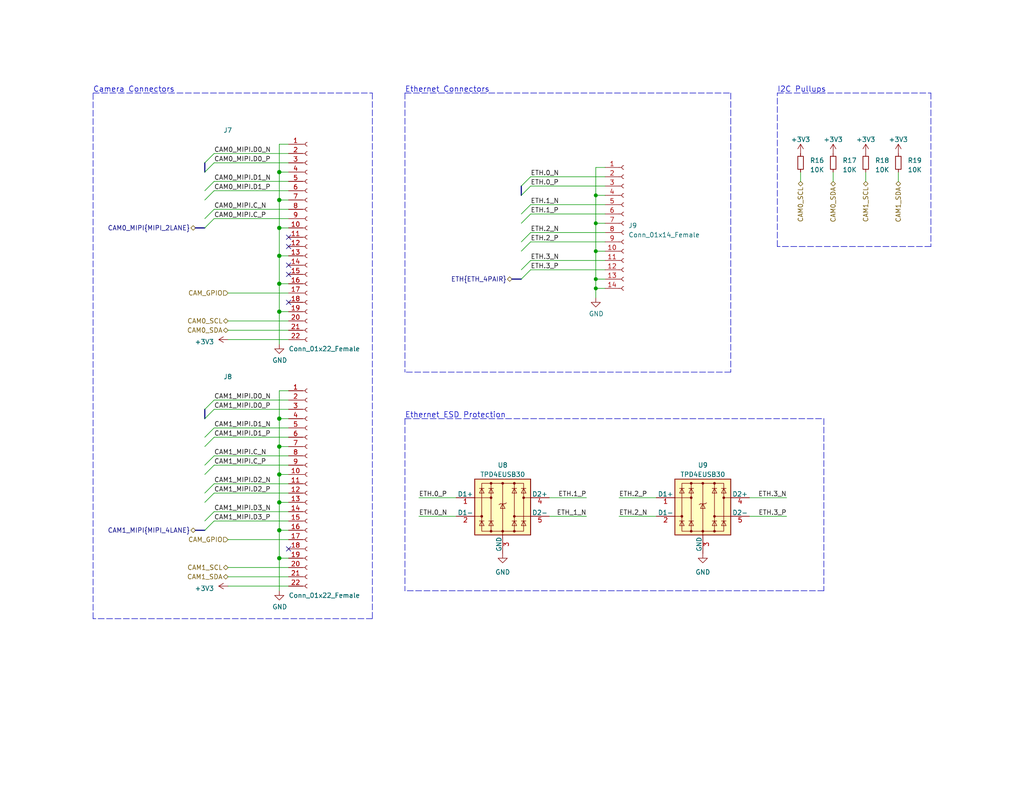
<source format=kicad_sch>
(kicad_sch (version 20210406) (generator eeschema)
  (paper "USLetter")
  (title_block (title "FlySensei RPi Stack - High Speed Connectors") (date "2021-05-24") (rev "0.1") (company "George Mason University"))
  (lib_symbols
    (symbol "Connector:Conn_01x14_Female" (pin_names (offset 1.016) hide)
      (property "Reference" "J" (at 0 17.78 0))
      (property "Value" "Conn_01x14_Female" (at 0 -20.32 0))
      (symbol "Conn_01x14_Female_1_1"
        (arc (start 0 -17.272) (end 0 -18.288) (radius (at 0 -17.78) (length 0.508) (angles 90.1 -90.1)) (stroke (width 0.1524)))
        (arc (start 0 -14.732) (end 0 -15.748) (radius (at 0 -15.24) (length 0.508) (angles 90.1 -90.1)) (stroke (width 0.1524)))
        (arc (start 0 -12.192) (end 0 -13.208) (radius (at 0 -12.7) (length 0.508) (angles 90.1 -90.1)) (stroke (width 0.1524)))
        (arc (start 0 -9.652) (end 0 -10.668) (radius (at 0 -10.16) (length 0.508) (angles 90.1 -90.1)) (stroke (width 0.1524)))
        (arc (start 0 -7.112) (end 0 -8.128) (radius (at 0 -7.62) (length 0.508) (angles 90.1 -90.1)) (stroke (width 0.1524)))
        (arc (start 0 -4.572) (end 0 -5.588) (radius (at 0 -5.08) (length 0.508) (angles 90.1 -90.1)) (stroke (width 0.1524)))
        (arc (start 0 -2.032) (end 0 -3.048) (radius (at 0 -2.54) (length 0.508) (angles 90.1 -90.1)) (stroke (width 0.1524)))
        (arc (start 0 0.508) (end 0 -0.508) (radius (at 0 0) (length 0.508) (angles 90.1 -90.1)) (stroke (width 0.1524)))
        (arc (start 0 3.048) (end 0 2.032) (radius (at 0 2.54) (length 0.508) (angles 90.1 -90.1)) (stroke (width 0.1524)))
        (arc (start 0 5.588) (end 0 4.572) (radius (at 0 5.08) (length 0.508) (angles 90.1 -90.1)) (stroke (width 0.1524)))
        (arc (start 0 8.128) (end 0 7.112) (radius (at 0 7.62) (length 0.508) (angles 90.1 -90.1)) (stroke (width 0.1524)))
        (arc (start 0 10.668) (end 0 9.652) (radius (at 0 10.16) (length 0.508) (angles 90.1 -90.1)) (stroke (width 0.1524)))
        (arc (start 0 13.208) (end 0 12.192) (radius (at 0 12.7) (length 0.508) (angles 90.1 -90.1)) (stroke (width 0.1524)))
        (arc (start 0 15.748) (end 0 14.732) (radius (at 0 15.24) (length 0.508) (angles 90.1 -90.1)) (stroke (width 0.1524)))
        (polyline (pts (xy -1.27 -17.78) (xy -0.508 -17.78)) (stroke (width 0.1524)))
        (polyline (pts (xy -1.27 -15.24) (xy -0.508 -15.24)) (stroke (width 0.1524)))
        (polyline (pts (xy -1.27 -12.7) (xy -0.508 -12.7)) (stroke (width 0.1524)))
        (polyline (pts (xy -1.27 -10.16) (xy -0.508 -10.16)) (stroke (width 0.1524)))
        (polyline (pts (xy -1.27 -7.62) (xy -0.508 -7.62)) (stroke (width 0.1524)))
        (polyline (pts (xy -1.27 -5.08) (xy -0.508 -5.08)) (stroke (width 0.1524)))
        (polyline (pts (xy -1.27 -2.54) (xy -0.508 -2.54)) (stroke (width 0.1524)))
        (polyline (pts (xy -1.27 0) (xy -0.508 0)) (stroke (width 0.1524)))
        (polyline (pts (xy -1.27 2.54) (xy -0.508 2.54)) (stroke (width 0.1524)))
        (polyline (pts (xy -1.27 5.08) (xy -0.508 5.08)) (stroke (width 0.1524)))
        (polyline (pts (xy -1.27 7.62) (xy -0.508 7.62)) (stroke (width 0.1524)))
        (polyline (pts (xy -1.27 10.16) (xy -0.508 10.16)) (stroke (width 0.1524)))
        (polyline (pts (xy -1.27 12.7) (xy -0.508 12.7)) (stroke (width 0.1524)))
        (polyline (pts (xy -1.27 15.24) (xy -0.508 15.24)) (stroke (width 0.1524)))
        (pin passive line (at -5.08 15.24 0) (length 3.81) (name "Pin_1") (number "1"))
        (pin passive line (at -5.08 -7.62 0) (length 3.81) (name "Pin_10") (number "10"))
        (pin passive line (at -5.08 -10.16 0) (length 3.81) (name "Pin_11") (number "11"))
        (pin passive line (at -5.08 -12.7 0) (length 3.81) (name "Pin_12") (number "12"))
        (pin passive line (at -5.08 -15.24 0) (length 3.81) (name "Pin_13") (number "13"))
        (pin passive line (at -5.08 -17.78 0) (length 3.81) (name "Pin_14") (number "14"))
        (pin passive line (at -5.08 12.7 0) (length 3.81) (name "Pin_2") (number "2"))
        (pin passive line (at -5.08 10.16 0) (length 3.81) (name "Pin_3") (number "3"))
        (pin passive line (at -5.08 7.62 0) (length 3.81) (name "Pin_4") (number "4"))
        (pin passive line (at -5.08 5.08 0) (length 3.81) (name "Pin_5") (number "5"))
        (pin passive line (at -5.08 2.54 0) (length 3.81) (name "Pin_6") (number "6"))
        (pin passive line (at -5.08 0 0) (length 3.81) (name "Pin_7") (number "7"))
        (pin passive line (at -5.08 -2.54 0) (length 3.81) (name "Pin_8") (number "8"))
        (pin passive line (at -5.08 -5.08 0) (length 3.81) (name "Pin_9") (number "9"))
      )
    )
    (symbol "Connector:Conn_01x22_Female" (pin_names (offset 1.016) hide)
      (property "Reference" "J" (at 0 27.94 0))
      (property "Value" "Conn_01x22_Female" (at 0 -30.48 0))
      (symbol "Conn_01x22_Female_1_1"
        (arc (start 0 -27.432) (end 0 -28.448) (radius (at 0 -27.94) (length 0.508) (angles 90.1 -90.1)) (stroke (width 0.1524)))
        (arc (start 0 -24.892) (end 0 -25.908) (radius (at 0 -25.4) (length 0.508) (angles 90.1 -90.1)) (stroke (width 0.1524)))
        (arc (start 0 -22.352) (end 0 -23.368) (radius (at 0 -22.86) (length 0.508) (angles 90.1 -90.1)) (stroke (width 0.1524)))
        (arc (start 0 -19.812) (end 0 -20.828) (radius (at 0 -20.32) (length 0.508) (angles 90.1 -90.1)) (stroke (width 0.1524)))
        (arc (start 0 -17.272) (end 0 -18.288) (radius (at 0 -17.78) (length 0.508) (angles 90.1 -90.1)) (stroke (width 0.1524)))
        (arc (start 0 -14.732) (end 0 -15.748) (radius (at 0 -15.24) (length 0.508) (angles 90.1 -90.1)) (stroke (width 0.1524)))
        (arc (start 0 -12.192) (end 0 -13.208) (radius (at 0 -12.7) (length 0.508) (angles 90.1 -90.1)) (stroke (width 0.1524)))
        (arc (start 0 -9.652) (end 0 -10.668) (radius (at 0 -10.16) (length 0.508) (angles 90.1 -90.1)) (stroke (width 0.1524)))
        (arc (start 0 -7.112) (end 0 -8.128) (radius (at 0 -7.62) (length 0.508) (angles 90.1 -90.1)) (stroke (width 0.1524)))
        (arc (start 0 -4.572) (end 0 -5.588) (radius (at 0 -5.08) (length 0.508) (angles 90.1 -90.1)) (stroke (width 0.1524)))
        (arc (start 0 -2.032) (end 0 -3.048) (radius (at 0 -2.54) (length 0.508) (angles 90.1 -90.1)) (stroke (width 0.1524)))
        (arc (start 0 0.508) (end 0 -0.508) (radius (at 0 0) (length 0.508) (angles 90.1 -90.1)) (stroke (width 0.1524)))
        (arc (start 0 3.048) (end 0 2.032) (radius (at 0 2.54) (length 0.508) (angles 90.1 -90.1)) (stroke (width 0.1524)))
        (arc (start 0 5.588) (end 0 4.572) (radius (at 0 5.08) (length 0.508) (angles 90.1 -90.1)) (stroke (width 0.1524)))
        (arc (start 0 8.128) (end 0 7.112) (radius (at 0 7.62) (length 0.508) (angles 90.1 -90.1)) (stroke (width 0.1524)))
        (arc (start 0 10.668) (end 0 9.652) (radius (at 0 10.16) (length 0.508) (angles 90.1 -90.1)) (stroke (width 0.1524)))
        (arc (start 0 13.208) (end 0 12.192) (radius (at 0 12.7) (length 0.508) (angles 90.1 -90.1)) (stroke (width 0.1524)))
        (arc (start 0 15.748) (end 0 14.732) (radius (at 0 15.24) (length 0.508) (angles 90.1 -90.1)) (stroke (width 0.1524)))
        (arc (start 0 18.288) (end 0 17.272) (radius (at 0 17.78) (length 0.508) (angles 90.1 -90.1)) (stroke (width 0.1524)))
        (arc (start 0 20.828) (end 0 19.812) (radius (at 0 20.32) (length 0.508) (angles 90.1 -90.1)) (stroke (width 0.1524)))
        (arc (start 0 23.368) (end 0 22.352) (radius (at 0 22.86) (length 0.508) (angles 90.1 -90.1)) (stroke (width 0.1524)))
        (arc (start 0 25.908) (end 0 24.892) (radius (at 0 25.4) (length 0.508) (angles 90.1 -90.1)) (stroke (width 0.1524)))
        (polyline (pts (xy -1.27 -27.94) (xy -0.508 -27.94)) (stroke (width 0.1524)))
        (polyline (pts (xy -1.27 -25.4) (xy -0.508 -25.4)) (stroke (width 0.1524)))
        (polyline (pts (xy -1.27 -22.86) (xy -0.508 -22.86)) (stroke (width 0.1524)))
        (polyline (pts (xy -1.27 -20.32) (xy -0.508 -20.32)) (stroke (width 0.1524)))
        (polyline (pts (xy -1.27 -17.78) (xy -0.508 -17.78)) (stroke (width 0.1524)))
        (polyline (pts (xy -1.27 -15.24) (xy -0.508 -15.24)) (stroke (width 0.1524)))
        (polyline (pts (xy -1.27 -12.7) (xy -0.508 -12.7)) (stroke (width 0.1524)))
        (polyline (pts (xy -1.27 -10.16) (xy -0.508 -10.16)) (stroke (width 0.1524)))
        (polyline (pts (xy -1.27 -7.62) (xy -0.508 -7.62)) (stroke (width 0.1524)))
        (polyline (pts (xy -1.27 -5.08) (xy -0.508 -5.08)) (stroke (width 0.1524)))
        (polyline (pts (xy -1.27 -2.54) (xy -0.508 -2.54)) (stroke (width 0.1524)))
        (polyline (pts (xy -1.27 0) (xy -0.508 0)) (stroke (width 0.1524)))
        (polyline (pts (xy -1.27 2.54) (xy -0.508 2.54)) (stroke (width 0.1524)))
        (polyline (pts (xy -1.27 5.08) (xy -0.508 5.08)) (stroke (width 0.1524)))
        (polyline (pts (xy -1.27 7.62) (xy -0.508 7.62)) (stroke (width 0.1524)))
        (polyline (pts (xy -1.27 10.16) (xy -0.508 10.16)) (stroke (width 0.1524)))
        (polyline (pts (xy -1.27 12.7) (xy -0.508 12.7)) (stroke (width 0.1524)))
        (polyline (pts (xy -1.27 15.24) (xy -0.508 15.24)) (stroke (width 0.1524)))
        (polyline (pts (xy -1.27 17.78) (xy -0.508 17.78)) (stroke (width 0.1524)))
        (polyline (pts (xy -1.27 20.32) (xy -0.508 20.32)) (stroke (width 0.1524)))
        (polyline (pts (xy -1.27 22.86) (xy -0.508 22.86)) (stroke (width 0.1524)))
        (polyline (pts (xy -1.27 25.4) (xy -0.508 25.4)) (stroke (width 0.1524)))
        (pin passive line (at -5.08 25.4 0) (length 3.81) (name "Pin_1") (number "1"))
        (pin passive line (at -5.08 2.54 0) (length 3.81) (name "Pin_10") (number "10"))
        (pin passive line (at -5.08 0 0) (length 3.81) (name "Pin_11") (number "11"))
        (pin passive line (at -5.08 -2.54 0) (length 3.81) (name "Pin_12") (number "12"))
        (pin passive line (at -5.08 -5.08 0) (length 3.81) (name "Pin_13") (number "13"))
        (pin passive line (at -5.08 -7.62 0) (length 3.81) (name "Pin_14") (number "14"))
        (pin passive line (at -5.08 -10.16 0) (length 3.81) (name "Pin_15") (number "15"))
        (pin passive line (at -5.08 -12.7 0) (length 3.81) (name "Pin_16") (number "16"))
        (pin passive line (at -5.08 -15.24 0) (length 3.81) (name "Pin_17") (number "17"))
        (pin passive line (at -5.08 -17.78 0) (length 3.81) (name "Pin_18") (number "18"))
        (pin passive line (at -5.08 -20.32 0) (length 3.81) (name "Pin_19") (number "19"))
        (pin passive line (at -5.08 22.86 0) (length 3.81) (name "Pin_2") (number "2"))
        (pin passive line (at -5.08 -22.86 0) (length 3.81) (name "Pin_20") (number "20"))
        (pin passive line (at -5.08 -25.4 0) (length 3.81) (name "Pin_21") (number "21"))
        (pin passive line (at -5.08 -27.94 0) (length 3.81) (name "Pin_22") (number "22"))
        (pin passive line (at -5.08 20.32 0) (length 3.81) (name "Pin_3") (number "3"))
        (pin passive line (at -5.08 17.78 0) (length 3.81) (name "Pin_4") (number "4"))
        (pin passive line (at -5.08 15.24 0) (length 3.81) (name "Pin_5") (number "5"))
        (pin passive line (at -5.08 12.7 0) (length 3.81) (name "Pin_6") (number "6"))
        (pin passive line (at -5.08 10.16 0) (length 3.81) (name "Pin_7") (number "7"))
        (pin passive line (at -5.08 7.62 0) (length 3.81) (name "Pin_8") (number "8"))
        (pin passive line (at -5.08 5.08 0) (length 3.81) (name "Pin_9") (number "9"))
      )
    )
    (symbol "Connector:Conn_01x22_Female_1" (pin_names (offset 1.016) hide)
      (property "Reference" "J" (at 0 27.94 0))
      (property "Value" "Conn_01x22_Female" (at 0 -30.48 0))
      (symbol "Conn_01x22_Female_1_1_1"
        (arc (start 0 -27.432) (end 0 -28.448) (radius (at 0 -27.94) (length 0.508) (angles 90.1 -90.1)) (stroke (width 0.1524)))
        (arc (start 0 -24.892) (end 0 -25.908) (radius (at 0 -25.4) (length 0.508) (angles 90.1 -90.1)) (stroke (width 0.1524)))
        (arc (start 0 -22.352) (end 0 -23.368) (radius (at 0 -22.86) (length 0.508) (angles 90.1 -90.1)) (stroke (width 0.1524)))
        (arc (start 0 -19.812) (end 0 -20.828) (radius (at 0 -20.32) (length 0.508) (angles 90.1 -90.1)) (stroke (width 0.1524)))
        (arc (start 0 -17.272) (end 0 -18.288) (radius (at 0 -17.78) (length 0.508) (angles 90.1 -90.1)) (stroke (width 0.1524)))
        (arc (start 0 -14.732) (end 0 -15.748) (radius (at 0 -15.24) (length 0.508) (angles 90.1 -90.1)) (stroke (width 0.1524)))
        (arc (start 0 -12.192) (end 0 -13.208) (radius (at 0 -12.7) (length 0.508) (angles 90.1 -90.1)) (stroke (width 0.1524)))
        (arc (start 0 -9.652) (end 0 -10.668) (radius (at 0 -10.16) (length 0.508) (angles 90.1 -90.1)) (stroke (width 0.1524)))
        (arc (start 0 -7.112) (end 0 -8.128) (radius (at 0 -7.62) (length 0.508) (angles 90.1 -90.1)) (stroke (width 0.1524)))
        (arc (start 0 -4.572) (end 0 -5.588) (radius (at 0 -5.08) (length 0.508) (angles 90.1 -90.1)) (stroke (width 0.1524)))
        (arc (start 0 -2.032) (end 0 -3.048) (radius (at 0 -2.54) (length 0.508) (angles 90.1 -90.1)) (stroke (width 0.1524)))
        (arc (start 0 0.508) (end 0 -0.508) (radius (at 0 0) (length 0.508) (angles 90.1 -90.1)) (stroke (width 0.1524)))
        (arc (start 0 3.048) (end 0 2.032) (radius (at 0 2.54) (length 0.508) (angles 90.1 -90.1)) (stroke (width 0.1524)))
        (arc (start 0 5.588) (end 0 4.572) (radius (at 0 5.08) (length 0.508) (angles 90.1 -90.1)) (stroke (width 0.1524)))
        (arc (start 0 8.128) (end 0 7.112) (radius (at 0 7.62) (length 0.508) (angles 90.1 -90.1)) (stroke (width 0.1524)))
        (arc (start 0 10.668) (end 0 9.652) (radius (at 0 10.16) (length 0.508) (angles 90.1 -90.1)) (stroke (width 0.1524)))
        (arc (start 0 13.208) (end 0 12.192) (radius (at 0 12.7) (length 0.508) (angles 90.1 -90.1)) (stroke (width 0.1524)))
        (arc (start 0 15.748) (end 0 14.732) (radius (at 0 15.24) (length 0.508) (angles 90.1 -90.1)) (stroke (width 0.1524)))
        (arc (start 0 18.288) (end 0 17.272) (radius (at 0 17.78) (length 0.508) (angles 90.1 -90.1)) (stroke (width 0.1524)))
        (arc (start 0 20.828) (end 0 19.812) (radius (at 0 20.32) (length 0.508) (angles 90.1 -90.1)) (stroke (width 0.1524)))
        (arc (start 0 23.368) (end 0 22.352) (radius (at 0 22.86) (length 0.508) (angles 90.1 -90.1)) (stroke (width 0.1524)))
        (arc (start 0 25.908) (end 0 24.892) (radius (at 0 25.4) (length 0.508) (angles 90.1 -90.1)) (stroke (width 0.1524)))
        (polyline (pts (xy -1.27 -27.94) (xy -0.508 -27.94)) (stroke (width 0.1524)))
        (polyline (pts (xy -1.27 -25.4) (xy -0.508 -25.4)) (stroke (width 0.1524)))
        (polyline (pts (xy -1.27 -22.86) (xy -0.508 -22.86)) (stroke (width 0.1524)))
        (polyline (pts (xy -1.27 -20.32) (xy -0.508 -20.32)) (stroke (width 0.1524)))
        (polyline (pts (xy -1.27 -17.78) (xy -0.508 -17.78)) (stroke (width 0.1524)))
        (polyline (pts (xy -1.27 -15.24) (xy -0.508 -15.24)) (stroke (width 0.1524)))
        (polyline (pts (xy -1.27 -12.7) (xy -0.508 -12.7)) (stroke (width 0.1524)))
        (polyline (pts (xy -1.27 -10.16) (xy -0.508 -10.16)) (stroke (width 0.1524)))
        (polyline (pts (xy -1.27 -7.62) (xy -0.508 -7.62)) (stroke (width 0.1524)))
        (polyline (pts (xy -1.27 -5.08) (xy -0.508 -5.08)) (stroke (width 0.1524)))
        (polyline (pts (xy -1.27 -2.54) (xy -0.508 -2.54)) (stroke (width 0.1524)))
        (polyline (pts (xy -1.27 0) (xy -0.508 0)) (stroke (width 0.1524)))
        (polyline (pts (xy -1.27 2.54) (xy -0.508 2.54)) (stroke (width 0.1524)))
        (polyline (pts (xy -1.27 5.08) (xy -0.508 5.08)) (stroke (width 0.1524)))
        (polyline (pts (xy -1.27 7.62) (xy -0.508 7.62)) (stroke (width 0.1524)))
        (polyline (pts (xy -1.27 10.16) (xy -0.508 10.16)) (stroke (width 0.1524)))
        (polyline (pts (xy -1.27 12.7) (xy -0.508 12.7)) (stroke (width 0.1524)))
        (polyline (pts (xy -1.27 15.24) (xy -0.508 15.24)) (stroke (width 0.1524)))
        (polyline (pts (xy -1.27 17.78) (xy -0.508 17.78)) (stroke (width 0.1524)))
        (polyline (pts (xy -1.27 20.32) (xy -0.508 20.32)) (stroke (width 0.1524)))
        (polyline (pts (xy -1.27 22.86) (xy -0.508 22.86)) (stroke (width 0.1524)))
        (polyline (pts (xy -1.27 25.4) (xy -0.508 25.4)) (stroke (width 0.1524)))
        (pin passive line (at -5.08 25.4 0) (length 3.81) (name "Pin_1") (number "1"))
        (pin passive line (at -5.08 2.54 0) (length 3.81) (name "Pin_10") (number "10"))
        (pin passive line (at -5.08 0 0) (length 3.81) (name "Pin_11") (number "11"))
        (pin passive line (at -5.08 -2.54 0) (length 3.81) (name "Pin_12") (number "12"))
        (pin passive line (at -5.08 -5.08 0) (length 3.81) (name "Pin_13") (number "13"))
        (pin passive line (at -5.08 -7.62 0) (length 3.81) (name "Pin_14") (number "14"))
        (pin passive line (at -5.08 -10.16 0) (length 3.81) (name "Pin_15") (number "15"))
        (pin passive line (at -5.08 -12.7 0) (length 3.81) (name "Pin_16") (number "16"))
        (pin passive line (at -5.08 -15.24 0) (length 3.81) (name "Pin_17") (number "17"))
        (pin passive line (at -5.08 -17.78 0) (length 3.81) (name "Pin_18") (number "18"))
        (pin passive line (at -5.08 -20.32 0) (length 3.81) (name "Pin_19") (number "19"))
        (pin passive line (at -5.08 22.86 0) (length 3.81) (name "Pin_2") (number "2"))
        (pin passive line (at -5.08 -22.86 0) (length 3.81) (name "Pin_20") (number "20"))
        (pin passive line (at -5.08 -25.4 0) (length 3.81) (name "Pin_21") (number "21"))
        (pin passive line (at -5.08 -27.94 0) (length 3.81) (name "Pin_22") (number "22"))
        (pin passive line (at -5.08 20.32 0) (length 3.81) (name "Pin_3") (number "3"))
        (pin passive line (at -5.08 17.78 0) (length 3.81) (name "Pin_4") (number "4"))
        (pin passive line (at -5.08 15.24 0) (length 3.81) (name "Pin_5") (number "5"))
        (pin passive line (at -5.08 12.7 0) (length 3.81) (name "Pin_6") (number "6"))
        (pin passive line (at -5.08 10.16 0) (length 3.81) (name "Pin_7") (number "7"))
        (pin passive line (at -5.08 7.62 0) (length 3.81) (name "Pin_8") (number "8"))
        (pin passive line (at -5.08 5.08 0) (length 3.81) (name "Pin_9") (number "9"))
      )
    )
    (symbol "Device:R_Small" (pin_numbers hide) (pin_names (offset 0.254) hide)
      (property "Reference" "R" (at 0.762 0.508 0))
      (property "Value" "R_Small" (at 0.762 -1.016 0))
      (symbol "R_Small_0_1"
        (rectangle (start -0.762 1.778) (end 0.762 -1.778) (stroke (width 0.2032)))
      )
      (symbol "R_Small_1_1"
        (pin passive line (at 0 2.54 270) (length 0.762) (name "~") (number "1"))
        (pin passive line (at 0 -2.54 90) (length 0.762) (name "~") (number "2"))
      )
    )
    (symbol "Power_Protection:TPD4EUSB30" (pin_names (offset 0))
      (property "Reference" "U" (at -0.635 8.89 0))
      (property "Value" "TPD4EUSB30" (at 8.89 -10.16 0))
      (symbol "TPD4EUSB30_0_0"
        (rectangle (start -5.715 6.477) (end 5.715 -6.604))
        (polyline (pts (xy -3.175 -6.604) (xy -3.175 6.477)))
        (polyline (pts (xy 0 6.477) (xy 0 -6.604)))
        (polyline (pts (xy 3.175 6.477) (xy 3.175 -6.604)))
      )
      (symbol "TPD4EUSB30_0_1"
        (circle (center -5.715 -2.54) (radius 0.2794) (fill (type outline)))
        (circle (center -3.175 -6.604) (radius 0.2794) (fill (type outline)))
        (circle (center -3.175 2.54) (radius 0.2794) (fill (type outline)))
        (circle (center -3.175 6.477) (radius 0.2794) (fill (type outline)))
        (circle (center 0 -6.604) (radius 0.2794) (fill (type outline)))
        (circle (center 0 6.477) (radius 0.2794) (fill (type outline)))
        (circle (center 3.175 -6.604) (radius 0.2794) (fill (type outline)))
        (circle (center 3.175 -2.54) (radius 0.2794) (fill (type outline)))
        (circle (center 3.175 6.477) (radius 0.2794) (fill (type outline)))
        (circle (center 5.715 2.54) (radius 0.2794) (fill (type outline)))
        (rectangle (start -7.62 7.62) (end 7.62 -7.62) (stroke (width 0.254)) (fill (type background)))
        (polyline (pts (xy -7.747 2.54) (xy -3.175 2.54)))
        (polyline (pts (xy -7.62 -2.54) (xy -5.715 -2.54)))
        (polyline (pts (xy -5.08 -3.81) (xy -6.35 -3.81)))
        (polyline (pts (xy -5.08 5.08) (xy -6.35 5.08)))
        (polyline (pts (xy -2.54 -3.81) (xy -3.81 -3.81)))
        (polyline (pts (xy -2.54 5.08) (xy -3.81 5.08)))
        (polyline (pts (xy -0.635 0.889) (xy -1.016 0.635)))
        (polyline (pts (xy 0 -6.604) (xy 0 -7.62)))
        (polyline (pts (xy 0.635 0.889) (xy -0.635 0.889)))
        (polyline (pts (xy 0.635 0.889) (xy 1.016 1.143)))
        (polyline (pts (xy 3.81 -3.81) (xy 2.54 -3.81)))
        (polyline (pts (xy 3.81 5.08) (xy 2.54 5.08)))
        (polyline (pts (xy 6.35 -3.81) (xy 5.08 -3.81)))
        (polyline (pts (xy 6.35 5.08) (xy 5.08 5.08)))
        (polyline (pts (xy 7.62 -2.54) (xy 3.175 -2.54)))
        (polyline (pts (xy 7.62 2.54) (xy 5.715 2.54)))
        (polyline (pts (xy -5.08 -5.08) (xy -6.35 -5.08) (xy -5.715 -3.81) (xy -5.08 -5.08)))
        (polyline (pts (xy -5.08 3.81) (xy -6.35 3.81) (xy -5.715 5.08) (xy -5.08 3.81)))
        (polyline (pts (xy -2.54 -5.08) (xy -3.81 -5.08) (xy -3.175 -3.81) (xy -2.54 -5.08)))
        (polyline (pts (xy -2.54 3.81) (xy -3.81 3.81) (xy -3.175 5.08) (xy -2.54 3.81)))
        (polyline (pts (xy 0.635 -0.381) (xy -0.635 -0.381) (xy 0 0.889) (xy 0.635 -0.381)))
        (polyline (pts (xy 3.81 -5.08) (xy 2.54 -5.08) (xy 3.175 -3.81) (xy 3.81 -5.08)))
        (polyline (pts (xy 3.81 3.81) (xy 2.54 3.81) (xy 3.175 5.08) (xy 3.81 3.81)))
        (polyline (pts (xy 6.35 -5.08) (xy 5.08 -5.08) (xy 5.715 -3.81) (xy 6.35 -5.08)))
        (polyline (pts (xy 6.35 3.81) (xy 5.08 3.81) (xy 5.715 5.08) (xy 6.35 3.81)))
      )
      (symbol "TPD4EUSB30_1_1"
        (pin passive line (at -12.7 2.54 0) (length 5.08) (name "D1+") (number "1"))
        (pin no_connect line (at -5.08 7.62 0) (length 5.08) hide (name "NC") (number "10"))
        (pin passive line (at -12.7 -2.54 0) (length 5.08) (name "D1-") (number "2"))
        (pin power_in line (at 0 -12.7 90) (length 5.08) (name "GND") (number "3"))
        (pin passive line (at 12.7 2.54 180) (length 5.08) (name "D2+") (number "4"))
        (pin passive line (at 12.7 -2.54 180) (length 5.08) (name "D2-") (number "5"))
        (pin no_connect line (at 5.08 -7.62 180) (length 5.08) hide (name "NC") (number "6"))
        (pin no_connect line (at 5.08 7.62 180) (length 5.08) hide (name "NC") (number "7"))
        (pin passive line (at 0 -12.7 90) (length 5.08) hide (name "GND") (number "8"))
        (pin no_connect line (at -5.08 -7.62 0) (length 5.08) hide (name "NC") (number "9"))
      )
    )
    (symbol "power:+3V3" (power) (pin_names (offset 0))
      (property "Value" "+3V3" (at 0 3.556 0))
      (symbol "+3V3_0_1"
        (polyline (pts (xy -0.762 1.27) (xy 0 2.54)))
        (polyline (pts (xy 0 0) (xy 0 2.54)))
        (polyline (pts (xy 0 2.54) (xy 0.762 1.27)))
      )
      (symbol "+3V3_1_1"
        (pin power_in line (at 0 0 90) (length 0) hide (name "+3V3") (number "1"))
      )
    )
    (symbol "power:GND" (power) (pin_names (offset 0))
      (property "Value" "GND" (at 0 -3.81 0))
      (symbol "GND_0_1"
        (polyline (pts (xy 0 0) (xy 0 -1.27) (xy 1.27 -1.27) (xy 0 -2.54) (xy -1.27 -1.27) (xy 0 -1.27)))
      )
      (symbol "GND_1_1"
        (pin power_in line (at 0 0 270) (length 0) hide (name "GND") (number "1"))
      )
    )
  )
  (junction (at 76.2 46.99) (diameter 1.016))
  (junction (at 76.2 54.61) (diameter 1.016))
  (junction (at 76.2 62.23) (diameter 1.016))
  (junction (at 76.2 69.85) (diameter 1.016))
  (junction (at 76.2 77.47) (diameter 1.016))
  (junction (at 76.2 85.09) (diameter 1.016))
  (junction (at 76.2 114.3) (diameter 1.016))
  (junction (at 76.2 121.92) (diameter 1.016))
  (junction (at 76.2 129.54) (diameter 1.016))
  (junction (at 76.2 137.16) (diameter 1.016))
  (junction (at 76.2 144.78) (diameter 1.016))
  (junction (at 76.2 152.4) (diameter 1.016))
  (junction (at 162.56 53.34) (diameter 0.9144))
  (junction (at 162.56 60.96) (diameter 0.9144))
  (junction (at 162.56 68.58) (diameter 0.9144))
  (junction (at 162.56 76.2) (diameter 0.9144))
  (junction (at 162.56 78.74) (diameter 0.9144))
  (no_connect (at 78.74 64.77))
  (no_connect (at 78.74 67.31))
  (no_connect (at 78.74 72.39))
  (no_connect (at 78.74 74.93))
  (no_connect (at 78.74 82.55))
  (no_connect (at 78.74 149.86))
  (bus_entry (at 55.88 44.45) (size 2.54 -2.54) (stroke (width 0.1524)))
  (bus_entry (at 55.88 46.99) (size 2.54 -2.54) (stroke (width 0.1524)))
  (bus_entry (at 55.88 52.07) (size 2.54 -2.54) (stroke (width 0.1524)))
  (bus_entry (at 55.88 54.61) (size 2.54 -2.54) (stroke (width 0.1524)))
  (bus_entry (at 55.88 59.69) (size 2.54 -2.54) (stroke (width 0.1524)))
  (bus_entry (at 55.88 62.23) (size 2.54 -2.54) (stroke (width 0.1524)))
  (bus_entry (at 55.88 111.76) (size 2.54 -2.54) (stroke (width 0.1524)))
  (bus_entry (at 55.88 114.3) (size 2.54 -2.54) (stroke (width 0.1524)))
  (bus_entry (at 55.88 119.38) (size 2.54 -2.54) (stroke (width 0.1524)))
  (bus_entry (at 55.88 121.92) (size 2.54 -2.54) (stroke (width 0.1524)))
  (bus_entry (at 55.88 127) (size 2.54 -2.54) (stroke (width 0.1524)))
  (bus_entry (at 55.88 129.54) (size 2.54 -2.54) (stroke (width 0.1524)))
  (bus_entry (at 55.88 134.62) (size 2.54 -2.54) (stroke (width 0.1524)))
  (bus_entry (at 55.88 137.16) (size 2.54 -2.54) (stroke (width 0.1524)))
  (bus_entry (at 55.88 142.24) (size 2.54 -2.54) (stroke (width 0.1524)))
  (bus_entry (at 55.88 144.78) (size 2.54 -2.54) (stroke (width 0.1524)))
  (bus_entry (at 142.24 50.8) (size 2.54 -2.54) (stroke (width 0.1524)))
  (bus_entry (at 142.24 53.34) (size 2.54 -2.54) (stroke (width 0.1524)))
  (bus_entry (at 142.24 58.42) (size 2.54 -2.54) (stroke (width 0.1524)))
  (bus_entry (at 142.24 60.96) (size 2.54 -2.54) (stroke (width 0.1524)))
  (bus_entry (at 142.24 66.04) (size 2.54 -2.54) (stroke (width 0.1524)))
  (bus_entry (at 142.24 68.58) (size 2.54 -2.54) (stroke (width 0.1524)))
  (bus_entry (at 142.24 73.66) (size 2.54 -2.54) (stroke (width 0.1524)))
  (bus_entry (at 142.24 76.2) (size 2.54 -2.54) (stroke (width 0.1524)))
  (wire (pts (xy 58.42 41.91) (xy 78.74 41.91)))
  (wire (pts (xy 58.42 44.45) (xy 78.74 44.45)))
  (wire (pts (xy 58.42 49.53) (xy 78.74 49.53)))
  (wire (pts (xy 58.42 52.07) (xy 78.74 52.07)))
  (wire (pts (xy 58.42 57.15) (xy 78.74 57.15)))
  (wire (pts (xy 58.42 59.69) (xy 78.74 59.69)))
  (wire (pts (xy 58.42 109.22) (xy 78.74 109.22)))
  (wire (pts (xy 58.42 111.76) (xy 78.74 111.76)))
  (wire (pts (xy 58.42 116.84) (xy 78.74 116.84)))
  (wire (pts (xy 58.42 119.38) (xy 78.74 119.38)))
  (wire (pts (xy 58.42 124.46) (xy 78.74 124.46)))
  (wire (pts (xy 58.42 127) (xy 78.74 127)))
  (wire (pts (xy 58.42 132.08) (xy 78.74 132.08)))
  (wire (pts (xy 58.42 134.62) (xy 78.74 134.62)))
  (wire (pts (xy 58.42 139.7) (xy 78.74 139.7)))
  (wire (pts (xy 58.42 142.24) (xy 78.74 142.24)))
  (wire (pts (xy 62.23 147.32) (xy 78.74 147.32)))
  (wire (pts (xy 76.2 39.37) (xy 76.2 46.99)))
  (wire (pts (xy 76.2 46.99) (xy 76.2 54.61)))
  (wire (pts (xy 76.2 46.99) (xy 78.74 46.99)))
  (wire (pts (xy 76.2 54.61) (xy 76.2 62.23)))
  (wire (pts (xy 76.2 54.61) (xy 78.74 54.61)))
  (wire (pts (xy 76.2 62.23) (xy 76.2 69.85)))
  (wire (pts (xy 76.2 62.23) (xy 78.74 62.23)))
  (wire (pts (xy 76.2 69.85) (xy 76.2 77.47)))
  (wire (pts (xy 76.2 69.85) (xy 78.74 69.85)))
  (wire (pts (xy 76.2 77.47) (xy 76.2 85.09)))
  (wire (pts (xy 76.2 77.47) (xy 78.74 77.47)))
  (wire (pts (xy 76.2 85.09) (xy 76.2 93.98)))
  (wire (pts (xy 76.2 85.09) (xy 78.74 85.09)))
  (wire (pts (xy 76.2 106.68) (xy 76.2 114.3)))
  (wire (pts (xy 76.2 114.3) (xy 76.2 121.92)))
  (wire (pts (xy 76.2 114.3) (xy 78.74 114.3)))
  (wire (pts (xy 76.2 121.92) (xy 76.2 129.54)))
  (wire (pts (xy 76.2 121.92) (xy 78.74 121.92)))
  (wire (pts (xy 76.2 129.54) (xy 76.2 137.16)))
  (wire (pts (xy 76.2 129.54) (xy 78.74 129.54)))
  (wire (pts (xy 76.2 137.16) (xy 76.2 144.78)))
  (wire (pts (xy 76.2 137.16) (xy 78.74 137.16)))
  (wire (pts (xy 76.2 144.78) (xy 76.2 152.4)))
  (wire (pts (xy 76.2 144.78) (xy 78.74 144.78)))
  (wire (pts (xy 76.2 152.4) (xy 76.2 161.29)))
  (wire (pts (xy 76.2 152.4) (xy 78.74 152.4)))
  (wire (pts (xy 78.74 39.37) (xy 76.2 39.37)))
  (wire (pts (xy 78.74 80.01) (xy 62.23 80.01)))
  (wire (pts (xy 78.74 87.63) (xy 62.23 87.63)))
  (wire (pts (xy 78.74 90.17) (xy 62.23 90.17)))
  (wire (pts (xy 78.74 92.71) (xy 62.23 92.71)))
  (wire (pts (xy 78.74 106.68) (xy 76.2 106.68)))
  (wire (pts (xy 78.74 154.94) (xy 62.23 154.94)))
  (wire (pts (xy 78.74 157.48) (xy 62.23 157.48)))
  (wire (pts (xy 78.74 160.02) (xy 62.23 160.02)))
  (wire (pts (xy 114.3 135.89) (xy 124.46 135.89)))
  (wire (pts (xy 114.3 140.97) (xy 124.46 140.97)))
  (wire (pts (xy 144.78 48.26) (xy 165.1 48.26)))
  (wire (pts (xy 144.78 50.8) (xy 165.1 50.8)))
  (wire (pts (xy 144.78 55.88) (xy 165.1 55.88)))
  (wire (pts (xy 144.78 58.42) (xy 165.1 58.42)))
  (wire (pts (xy 144.78 63.5) (xy 165.1 63.5)))
  (wire (pts (xy 144.78 66.04) (xy 165.1 66.04)))
  (wire (pts (xy 144.78 71.12) (xy 165.1 71.12)))
  (wire (pts (xy 144.78 73.66) (xy 165.1 73.66)))
  (wire (pts (xy 149.86 135.89) (xy 160.02 135.89)))
  (wire (pts (xy 149.86 140.97) (xy 160.02 140.97)))
  (wire (pts (xy 162.56 45.72) (xy 162.56 53.34)))
  (wire (pts (xy 162.56 53.34) (xy 162.56 60.96)))
  (wire (pts (xy 162.56 53.34) (xy 165.1 53.34)))
  (wire (pts (xy 162.56 60.96) (xy 162.56 68.58)))
  (wire (pts (xy 162.56 60.96) (xy 165.1 60.96)))
  (wire (pts (xy 162.56 68.58) (xy 162.56 76.2)))
  (wire (pts (xy 162.56 68.58) (xy 165.1 68.58)))
  (wire (pts (xy 162.56 76.2) (xy 162.56 78.74)))
  (wire (pts (xy 162.56 76.2) (xy 165.1 76.2)))
  (wire (pts (xy 162.56 78.74) (xy 162.56 81.28)))
  (wire (pts (xy 162.56 78.74) (xy 165.1 78.74)))
  (wire (pts (xy 165.1 45.72) (xy 162.56 45.72)))
  (wire (pts (xy 168.91 135.89) (xy 179.07 135.89)))
  (wire (pts (xy 168.91 140.97) (xy 179.07 140.97)))
  (wire (pts (xy 204.47 135.89) (xy 214.63 135.89)))
  (wire (pts (xy 204.47 140.97) (xy 214.63 140.97)))
  (wire (pts (xy 218.44 46.99) (xy 218.44 49.53)))
  (wire (pts (xy 227.33 46.99) (xy 227.33 49.53)))
  (wire (pts (xy 236.22 46.99) (xy 236.22 49.53)))
  (wire (pts (xy 245.11 46.99) (xy 245.11 49.53)))
  (bus (pts (xy 53.34 62.23) (xy 55.88 62.23)))
  (bus (pts (xy 53.34 144.78) (xy 55.88 144.78)))
  (bus (pts (xy 55.88 44.45) (xy 55.88 62.23)))
  (bus (pts (xy 55.88 111.76) (xy 55.88 144.78)))
  (bus (pts (xy 139.7 76.2) (xy 142.24 76.2)))
  (bus (pts (xy 142.24 50.8) (xy 142.24 76.2)))
  (polyline (pts (xy 25.4 25.4) (xy 101.6 25.4)) (stroke (width 0) (type dash)))
  (polyline (pts (xy 25.4 168.91) (xy 25.4 25.4)) (stroke (width 0) (type dash)))
  (polyline (pts (xy 101.6 25.4) (xy 101.6 168.91)) (stroke (width 0) (type dash)))
  (polyline (pts (xy 101.6 168.91) (xy 25.4 168.91)) (stroke (width 0) (type dash)))
  (polyline (pts (xy 110.49 25.4) (xy 110.49 101.6)) (stroke (width 0) (type dash)))
  (polyline (pts (xy 110.49 25.4) (xy 199.39 25.4)) (stroke (width 0) (type dash)))
  (polyline (pts (xy 110.49 114.3) (xy 110.49 161.29)) (stroke (width 0) (type dash)))
  (polyline (pts (xy 110.49 114.3) (xy 224.79 114.3)) (stroke (width 0) (type dash)))
  (polyline (pts (xy 199.39 25.4) (xy 199.39 101.6)) (stroke (width 0) (type dash)))
  (polyline (pts (xy 199.39 101.6) (xy 110.49 101.6)) (stroke (width 0) (type dash)))
  (polyline (pts (xy 212.09 25.4) (xy 254 25.4)) (stroke (width 0) (type dash)))
  (polyline (pts (xy 212.09 67.31) (xy 212.09 25.4)) (stroke (width 0) (type dash)))
  (polyline (pts (xy 224.79 114.3) (xy 224.79 161.29)) (stroke (width 0) (type dash)))
  (polyline (pts (xy 224.79 161.29) (xy 110.49 161.29)) (stroke (width 0) (type dash)))
  (polyline (pts (xy 254 25.4) (xy 254 67.31)) (stroke (width 0) (type dash)))
  (polyline (pts (xy 254 67.31) (xy 212.09 67.31)) (stroke (width 0) (type dash)))
  (text "Camera Connectors" (at 25.4 25.4 0) (effects (font (size 1.5 1.5)) (justify left bottom)))
  (text "Ethernet Connectors" (at 110.49 25.4 0) (effects (font (size 1.5 1.5)) (justify left bottom)))
  (text "Ethernet ESD Protection" (at 110.49 114.3 0) (effects (font (size 1.5 1.5)) (justify left bottom)))
  (text "I2C Pullups" (at 212.09 25.4 0) (effects (font (size 1.5 1.5)) (justify left bottom)))
  (label "CAM0_MIPI.D0_N" (at 58.42 41.91 0))
  (label "CAM0_MIPI.D0_P" (at 58.42 44.45 0))
  (label "CAM0_MIPI.D1_N" (at 58.42 49.53 0))
  (label "CAM0_MIPI.D1_P" (at 58.42 52.07 0))
  (label "CAM0_MIPI.C_N" (at 58.42 57.15 0))
  (label "CAM0_MIPI.C_P" (at 58.42 59.69 0))
  (label "CAM1_MIPI.D0_N" (at 58.42 109.22 0))
  (label "CAM1_MIPI.D0_P" (at 58.42 111.76 0))
  (label "CAM1_MIPI.D1_N" (at 58.42 116.84 0))
  (label "CAM1_MIPI.D1_P" (at 58.42 119.38 0))
  (label "CAM1_MIPI.C_N" (at 58.42 124.46 0))
  (label "CAM1_MIPI.C_P" (at 58.42 127 0))
  (label "CAM1_MIPI.D2_N" (at 58.42 132.08 0))
  (label "CAM1_MIPI.D2_P" (at 58.42 134.62 0))
  (label "CAM1_MIPI.D3_N" (at 58.42 139.7 0))
  (label "CAM1_MIPI.D3_P" (at 58.42 142.24 0))
  (label "ETH.0_P" (at 114.3 135.89 0))
  (label "ETH.0_N" (at 114.3 140.97 0))
  (label "ETH.0_N" (at 144.78 48.26 0))
  (label "ETH.0_P" (at 144.78 50.8 0))
  (label "ETH.1_N" (at 144.78 55.88 0))
  (label "ETH.1_P" (at 144.78 58.42 0))
  (label "ETH.2_N" (at 144.78 63.5 0))
  (label "ETH.2_P" (at 144.78 66.04 0))
  (label "ETH.3_N" (at 144.78 71.12 0))
  (label "ETH.3_P" (at 144.78 73.66 0))
  (label "ETH.1_P" (at 160.02 135.89 180))
  (label "ETH_1_N" (at 160.02 140.97 180))
  (label "ETH.2_P" (at 168.91 135.89 0))
  (label "ETH.2_N" (at 168.91 140.97 0))
  (label "ETH.3_N" (at 214.63 135.89 180))
  (label "ETH.3_P" (at 214.63 140.97 180))
  (hierarchical_label "CAM0_MIPI{MIPI_2LANE}" (shape bidirectional) (at 53.34 62.23 180))
  (hierarchical_label "CAM1_MIPI{MIPI_4LANE}" (shape bidirectional) (at 53.34 144.78 180))
  (hierarchical_label "CAM_GPIO" (shape input) (at 62.23 80.01 180))
  (hierarchical_label "CAM0_SCL" (shape bidirectional) (at 62.23 87.63 180))
  (hierarchical_label "CAM0_SDA" (shape bidirectional) (at 62.23 90.17 180))
  (hierarchical_label "CAM_GPIO" (shape input) (at 62.23 147.32 180))
  (hierarchical_label "CAM1_SCL" (shape bidirectional) (at 62.23 154.94 180))
  (hierarchical_label "CAM1_SDA" (shape bidirectional) (at 62.23 157.48 180))
  (hierarchical_label "ETH{ETH_4PAIR}" (shape bidirectional) (at 139.7 76.2 180))
  (hierarchical_label "CAM0_SCL" (shape bidirectional) (at 218.44 49.53 270))
  (hierarchical_label "CAM0_SDA" (shape bidirectional) (at 227.33 49.53 270))
  (hierarchical_label "CAM1_SCL" (shape bidirectional) (at 236.22 49.53 270))
  (hierarchical_label "CAM1_SDA" (shape bidirectional) (at 245.11 49.53 270))
  (symbol (lib_id "power:+3V3") (at 62.23 92.71 90) (unit 1)
    (property "Reference" "#PWR0175" (effects hide))
    (property "Value" "+3V3" (at 58.42 93.3449 90) (effects (justify left)))
  )
  (symbol (lib_id "power:+3V3") (at 62.23 160.02 90) (unit 1)
    (property "Reference" "#PWR0183" (effects hide))
    (property "Value" "+3V3" (at 58.42 160.6549 90) (effects (justify left)))
  )
  (symbol (lib_id "power:+3V3") (at 218.44 41.91 0) (unit 1)
    (property "Reference" "#PWR0179" (effects hide))
    (property "Value" "+3V3" (at 218.44 38.1 0))
  )
  (symbol (lib_id "power:+3V3") (at 227.33 41.91 0) (unit 1)
    (property "Reference" "#PWR0178" (effects hide))
    (property "Value" "+3V3" (at 227.33 38.1 0))
  )
  (symbol (lib_id "power:+3V3") (at 236.22 41.91 0) (unit 1)
    (property "Reference" "#PWR0177" (effects hide))
    (property "Value" "+3V3" (at 236.22 38.1 0))
  )
  (symbol (lib_id "power:+3V3") (at 245.11 41.91 0) (unit 1)
    (property "Reference" "#PWR0176" (effects hide))
    (property "Value" "+3V3" (at 245.11 38.1 0))
  )
  (symbol (lib_id "power:GND") (at 76.2 93.98 0) (unit 1)
    (property "Reference" "#PWR0184" (effects hide))
    (property "Value" "GND" (at 76.327 98.3742 0))
  )
  (symbol (lib_id "power:GND") (at 76.2 161.29 0) (unit 1)
    (property "Reference" "#PWR0182" (effects hide))
    (property "Value" "GND" (at 76.327 165.6842 0))
  )
  (symbol (lib_id "power:GND") (at 137.16 151.13 0) (unit 1)
    (property "Reference" "#PWR0181" (effects hide))
    (property "Value" "GND" (at 137.16 156.21 0))
  )
  (symbol (lib_id "power:GND") (at 162.56 81.28 0) (unit 1)
    (property "Reference" "#PWR0174" (effects hide))
    (property "Value" "GND" (at 162.687 85.6742 0))
  )
  (symbol (lib_id "power:GND") (at 191.77 151.13 0) (unit 1)
    (property "Reference" "#PWR0180" (effects hide))
    (property "Value" "GND" (at 191.77 156.21 0))
  )
  (symbol (lib_id "Device:R_Small") (at 218.44 44.45 0) (unit 1)
    (property "Reference" "R16" (at 220.98 43.8149 0) (effects (justify left)))
    (property "Value" "10K" (at 220.98 46.3549 0) (effects (justify left)))
  )
  (symbol (lib_id "Device:R_Small") (at 227.33 44.45 0) (unit 1)
    (property "Reference" "R17" (at 229.87 43.8149 0) (effects (justify left)))
    (property "Value" "10K" (at 229.87 46.3549 0) (effects (justify left)))
  )
  (symbol (lib_id "Device:R_Small") (at 236.22 44.45 0) (unit 1)
    (property "Reference" "R18" (at 238.76 43.8149 0) (effects (justify left)))
    (property "Value" "10K" (at 238.76 46.3549 0) (effects (justify left)))
  )
  (symbol (lib_id "Device:R_Small") (at 245.11 44.45 0) (unit 1)
    (property "Reference" "R19" (at 247.65 43.8149 0) (effects (justify left)))
    (property "Value" "10K" (at 247.65 46.3549 0) (effects (justify left)))
  )
  (symbol (lib_id "Connector:Conn_01x14_Female") (at 170.18 60.96 0) (unit 1)
    (property "Reference" "J9" (at 171.45 61.5949 0) (effects (justify left)))
    (property "Value" "Conn_01x14_Female" (at 171.45 64.1349 0) (effects (justify left)))
  )
  (symbol (lib_name "Connector:Conn_01x22_Female_1") (lib_id "Connector:Conn_01x22_Female") (at 83.82 64.77 0) (unit 1)
    (property "Reference" "J7" (at 60.96 35.56 0) (effects (justify left)))
    (property "Value" "Conn_01x22_Female" (at 78.74 95.25 0) (effects (justify left)))
    (property "Footprint" "Connector_FFC-FPC:Hirose_FH12-22S-0.5SH_1x22-1MP_P0.50mm_Horizontal" (effects hide))
    (property "Field4" "Mouser" (effects hide))
    (property "Field5" "798-FH12-22S-0.5SH55" (effects hide))
    (property "Field6" "FH12-22S-0.5SH55" (effects hide))
    (property "Field7" "Hirose" (effects hide))
    (property "Part Description" "22 Position FFC, FPC Connector Contacts, Bottom 0.020\" (0.50mm) Surface Mount, Right Angle" (effects hide))
  )
  (symbol (lib_id "Connector:Conn_01x22_Female") (at 83.82 132.08 0) (unit 1)
    (property "Reference" "J8" (at 60.96 102.87 0) (effects (justify left)))
    (property "Value" "Conn_01x22_Female" (at 78.74 162.56 0) (effects (justify left)))
    (property "Footprint" "Connector_FFC-FPC:Hirose_FH12-22S-0.5SH_1x22-1MP_P0.50mm_Horizontal" (effects hide))
    (property "Field4" "Mouser" (effects hide))
    (property "Field5" "798-FH12-22S-0.5SH55" (effects hide))
    (property "Field6" "FH12-22S-0.5SH55" (effects hide))
    (property "Field7" "Hirose" (effects hide))
    (property "Part Description" "22 Position FFC, FPC Connector Contacts, Bottom 0.020\" (0.50mm) Surface Mount, Right Angle" (effects hide))
  )
  (symbol (lib_id "Power_Protection:TPD4EUSB30") (at 137.16 138.43 0) (unit 1)
    (property "Reference" "U8" (at 137.16 127 0))
    (property "Value" "TPD4EUSB30" (at 137.16 129.54 0))
    (property "Footprint" "Package_SON:USON-10_2.5x1.0mm_P0.5mm" (effects hide))
    (property "Datasheet" "http://www.ti.com/lit/ds/symlink/tpd2eusb30a.pdf" (effects hide))
  )
  (symbol (lib_id "Power_Protection:TPD4EUSB30") (at 191.77 138.43 0) (unit 1)
    (property "Reference" "U9" (at 191.77 127 0))
    (property "Value" "TPD4EUSB30" (at 191.77 129.54 0))
    (property "Footprint" "Package_SON:USON-10_2.5x1.0mm_P0.5mm" (effects hide))
    (property "Datasheet" "http://www.ti.com/lit/ds/symlink/tpd2eusb30a.pdf" (effects hide))
  )
)
</source>
